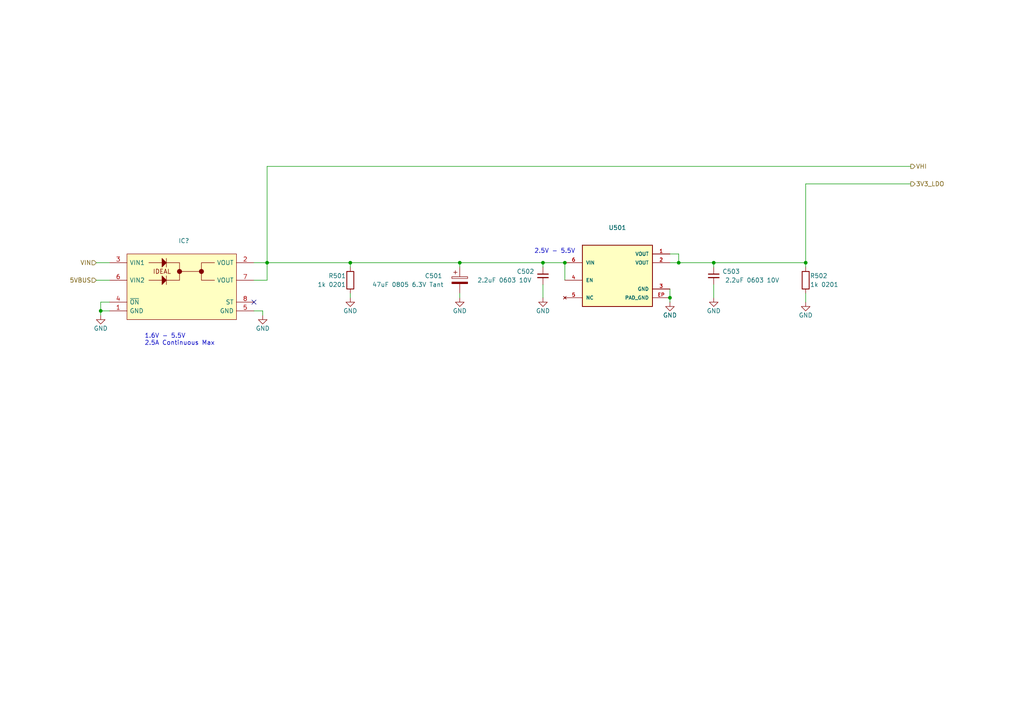
<source format=kicad_sch>
(kicad_sch (version 20211123) (generator eeschema)
  (paper "A4")
  (title_block (title "RP2040 Breadstick") (date "2023-02-27") (rev "0.1") (company "J & R Creative Technologies Inc.") (comment 1 "@RangenMichael") (comment 2 "https://twitter.com/RangenMichael") (comment 3 "Apache-2.0 License") (comment 4 "https://github.com/mrangen/RP2040-Breadstick"))
  (lib_symbols
    (symbol "Device:C_Polarized" (pin_numbers hide) (pin_names (offset 0.254))
      (property "Reference" "C" (at 0.635 2.54 0))
      (property "Value" "C_Polarized" (at 0.635 -2.54 0))
      (symbol "C_Polarized_0_1"
        (rectangle (start -2.286 0.508) (end 2.286 1.016))
        (polyline (pts (xy -1.778 2.286) (xy -0.762 2.286)))
        (polyline (pts (xy -1.27 2.794) (xy -1.27 1.778)))
        (rectangle (start 2.286 -0.508) (end -2.286 -1.016) (fill (type outline)))
      )
      (symbol "C_Polarized_1_1"
        (pin passive line (at 0 3.81 270) (length 2.794) (name "~") (number "1"))
        (pin passive line (at 0 -3.81 90) (length 2.794) (name "~") (number "2"))
      )
    )
    (symbol "Device:C_Small" (pin_numbers hide) (pin_names (offset 0.254) hide)
      (property "Reference" "C" (at 0.254 1.778 0))
      (property "Value" "C_Small" (at 0.254 -2.032 0))
      (symbol "C_Small_0_1"
        (polyline (pts (xy -1.524 -0.508) (xy 1.524 -0.508)) (stroke (width 0.3302)))
        (polyline (pts (xy -1.524 0.508) (xy 1.524 0.508)) (stroke (width 0.3048)))
      )
      (symbol "C_Small_1_1"
        (pin passive line (at 0 2.54 270) (length 2.032) (name "~") (number "1"))
        (pin passive line (at 0 -2.54 90) (length 2.032) (name "~") (number "2"))
      )
    )
    (symbol "Device:R" (pin_numbers hide) (pin_names (offset 0))
      (property "Reference" "R" (at 2.032 0 90))
      (property "Value" "R" (at 0 0 90))
      (symbol "R_0_1"
        (rectangle (start -1.016 -2.54) (end 1.016 2.54) (stroke (width 0.254)))
      )
      (symbol "R_1_1"
        (pin passive line (at 0 3.81 270) (length 1.27) (name "~") (number "1"))
        (pin passive line (at 0 -3.81 90) (length 1.27) (name "~") (number "2"))
      )
    )
    (symbol "LM66200DRLR:LM66200DRLR" (pin_names (offset 0.762))
      (property "Reference" "IC" (at -8.89 13.97 0))
      (property "Value" "LM66200DRLR" (at -8.89 11.43 0))
      (symbol "LM66200DRLR_0_0"
        (text "IDEAL" (at -6.35 5.08 0) (effects (font (size 1.27 1.27))))
        (pin passive line (at -21.59 -6.35 0) (length 5.08) (name "GND") (number "1"))
        (pin passive line (at 20.32 7.62 180) (length 5.08) (name "VOUT") (number "2"))
        (pin passive line (at -21.59 7.62 0) (length 5.08) (name "VIN1") (number "3"))
        (pin passive line (at -21.59 -3.81 0) (length 5.08) (name "~{ON}") (number "4"))
        (pin passive line (at 20.32 -6.35 180) (length 5.08) (name "GND") (number "5"))
        (pin passive line (at -21.59 2.54 0) (length 5.08) (name "VIN2") (number "6"))
        (pin passive line (at 20.32 2.54 180) (length 5.08) (name "VOUT") (number "7"))
        (pin passive line (at 20.32 -3.81 180) (length 5.08) (name "ST") (number "8"))
      )
      (symbol "LM66200DRLR_0_1"
        (circle (center -1.27 5.08) (radius 0.635) (fill (type outline)))
        (polyline (pts (xy -10.16 2.54) (xy -1.27 2.54)))
        (polyline (pts (xy -10.16 7.62) (xy -1.27 7.62)))
        (polyline (pts (xy -5.08 3.81) (xy -5.08 1.27)))
        (polyline (pts (xy -5.08 8.89) (xy -5.08 6.35)))
        (polyline (pts (xy -1.27 5.08) (xy 5.08 5.08)))
        (polyline (pts (xy -1.27 7.62) (xy -1.27 2.54)))
        (polyline (pts (xy 5.08 5.08) (xy 5.08 2.54) (xy 8.89 2.54)))
        (polyline (pts (xy 5.08 5.08) (xy 5.08 7.62) (xy 8.89 7.62)))
        (polyline (pts (xy -5.08 2.54) (xy -6.35 1.27) (xy -6.35 3.81) (xy -5.08 2.54)) (fill (type outline)))
        (polyline (pts (xy -5.08 7.62) (xy -6.35 6.35) (xy -6.35 8.89) (xy -5.08 7.62)) (fill (type outline)))
        (polyline (pts (xy -16.51 10.16) (xy 15.24 10.16) (xy 15.24 -8.89) (xy -16.51 -8.89) (xy -16.51 10.16)) (stroke (width 0.1524)) (fill (type background)))
        (circle (center 5.08 5.08) (radius 0.635) (fill (type outline)))
      )
    )
    (symbol "MIC5528-3.3YMT-TR:MIC5528-3.3YMT-TR" (pin_names (offset 1.016))
      (property "Reference" "U" (at -10.16 8.382 0))
      (property "Value" "MIC5528-3.3YMT-TR" (at -10.16 -12.7 0))
      (symbol "MIC5528-3.3YMT-TR_0_0"
        (rectangle (start -10.16 -10.16) (end 10.16 7.62) (stroke (width 0.254)) (fill (type background)))
        (pin output line (at 15.24 5.08 180) (length 5.08) (name "VOUT") (number "1"))
        (pin output line (at 15.24 2.54 180) (length 5.08) (name "VOUT") (number "2"))
        (pin power_in line (at 15.24 -5.08 180) (length 5.08) (name "GND") (number "3"))
        (pin input line (at -15.24 -2.54 0) (length 5.08) (name "EN") (number "4"))
        (pin no_connect line (at -15.24 -7.62 0) (length 5.08) (name "NC") (number "5"))
        (pin input line (at -15.24 2.54 0) (length 5.08) (name "VIN") (number "6"))
        (pin power_in line (at 15.24 -7.62 180) (length 5.08) (name "PAD_GND") (number "EP"))
      )
    )
    (symbol "power:GND" (power) (pin_names (offset 0))
      (property "Value" "GND" (at 0 -3.81 0))
      (symbol "GND_0_1"
        (polyline (pts (xy 0 0) (xy 0 -1.27) (xy 1.27 -1.27) (xy 0 -2.54) (xy -1.27 -1.27) (xy 0 -1.27)))
      )
      (symbol "GND_1_1"
        (pin power_in line (at 0 0 270) (length 0) hide (name "GND") (number "1"))
      )
    )
  )
  (junction (at 101.6 76.2))
  (junction (at 196.85 76.2))
  (junction (at 29.21 90.17))
  (junction (at 157.48 76.2))
  (junction (at 77.47 76.2))
  (junction (at 233.68 76.2))
  (junction (at 163.83 76.2))
  (junction (at 207.01 76.2))
  (junction (at 194.31 86.36))
  (junction (at 133.35 76.2))
  (no_connect (at 73.66 87.63))
  (wire (pts (xy 264.16 48.26) (xy 77.47 48.26)))
  (wire (pts (xy 29.21 87.63) (xy 29.21 90.17)))
  (wire (pts (xy 73.66 81.28) (xy 77.47 81.28)))
  (wire (pts (xy 194.31 86.36) (xy 194.31 87.63)))
  (wire (pts (xy 163.83 76.2) (xy 163.83 81.28)))
  (wire (pts (xy 157.48 76.2) (xy 163.83 76.2)))
  (wire (pts (xy 133.35 76.2) (xy 157.48 76.2)))
  (wire (pts (xy 207.01 82.55) (xy 207.01 86.36)))
  (wire (pts (xy 194.31 83.82) (xy 194.31 86.36)))
  (wire (pts (xy 264.16 53.34) (xy 233.68 53.34)))
  (wire (pts (xy 196.85 76.2) (xy 207.01 76.2)))
  (wire (pts (xy 207.01 76.2) (xy 207.01 77.47)))
  (wire (pts (xy 73.66 76.2) (xy 77.47 76.2)))
  (wire (pts (xy 233.68 76.2) (xy 233.68 77.47)))
  (wire (pts (xy 27.94 81.28) (xy 31.75 81.28)))
  (wire (pts (xy 29.21 90.17) (xy 29.21 91.44)))
  (wire (pts (xy 194.31 73.66) (xy 196.85 73.66)))
  (wire (pts (xy 233.68 85.09) (xy 233.68 87.63)))
  (wire (pts (xy 207.01 76.2) (xy 233.68 76.2)))
  (wire (pts (xy 194.31 76.2) (xy 196.85 76.2)))
  (wire (pts (xy 77.47 76.2) (xy 101.6 76.2)))
  (wire (pts (xy 31.75 87.63) (xy 29.21 87.63)))
  (wire (pts (xy 196.85 73.66) (xy 196.85 76.2)))
  (wire (pts (xy 101.6 76.2) (xy 101.6 77.47)))
  (wire (pts (xy 73.66 90.17) (xy 76.2 90.17)))
  (wire (pts (xy 233.68 53.34) (xy 233.68 76.2)))
  (wire (pts (xy 157.48 82.55) (xy 157.48 86.36)))
  (wire (pts (xy 31.75 90.17) (xy 29.21 90.17)))
  (wire (pts (xy 77.47 48.26) (xy 77.47 76.2)))
  (wire (pts (xy 77.47 76.2) (xy 77.47 81.28)))
  (wire (pts (xy 133.35 76.2) (xy 133.35 77.47)))
  (wire (pts (xy 101.6 76.2) (xy 133.35 76.2)))
  (wire (pts (xy 157.48 76.2) (xy 157.48 77.47)))
  (wire (pts (xy 133.35 85.09) (xy 133.35 86.36)))
  (wire (pts (xy 27.94 76.2) (xy 31.75 76.2)))
  (wire (pts (xy 101.6 85.09) (xy 101.6 86.36)))
  (wire (pts (xy 76.2 90.17) (xy 76.2 91.44)))
  (text "1.6V - 5.5V\n2.5A Continuous Max" (at 41.91 100.33 0) (effects (font (size 1.27 1.27)) (justify left bottom)))
  (text "2.5V - 5.5V\n" (at 154.94 73.66 0) (effects (font (size 1.27 1.27)) (justify left bottom)))
  (hierarchical_label "3V3_LDO" (shape output) (at 264.16 53.34 0))
  (hierarchical_label "VHI" (shape output) (at 264.16 48.26 0))
  (hierarchical_label "5VBUS" (shape input) (at 27.94 81.28 180))
  (hierarchical_label "VIN" (shape input) (at 27.94 76.2 180))
  (symbol (lib_id "Device:C_Small") (at 157.48 80.01 0) (unit 1)
    (property "Reference" "C502" (at 149.86 78.74 0) (effects (justify left)))
    (property "Value" "2.2uF 0603 10V" (at 138.43 81.28 0) (effects (justify left)))
    (property "Footprint" "Capacitor_SMD:C_0603_1608Metric" (effects hide))
    (property "Digikey" "1276-1134-6-ND" (effects hide))
  )
  (symbol (lib_id "Device:R") (at 233.68 81.28 180) (unit 1)
    (property "Reference" "R502" (at 240.03 80.01 0) (effects (justify left)))
    (property "Value" "1k 0201" (at 243.205 82.55 0) (effects (justify left)))
    (property "Footprint" "_Breadstick_Footprints:Perfect_0201_Resistor" (effects hide))
    (property "Digikey" "P122413DKR-ND" (effects hide))
  )
  (symbol (lib_id "power:GND") (at 207.01 86.36 0) (mirror y) (unit 1)
    (property "Reference" "#PWR0506" (effects hide))
    (property "Value" "GND" (at 207.01 90.17 0))
  )
  (symbol (lib_id "power:GND") (at 233.68 87.63 0) (mirror y) (unit 1)
    (property "Reference" "#PWR0507" (effects hide))
    (property "Value" "GND" (at 233.68 91.44 0))
  )
  (symbol (lib_id "power:GND") (at 29.21 91.44 0) (unit 1)
    (property "Reference" "#PWR?" (effects hide))
    (property "Value" "GND" (at 29.21 95.25 0))
  )
  (symbol (lib_id "Device:C_Small") (at 207.01 80.01 0) (mirror y) (unit 1)
    (property "Reference" "C503" (at 214.63 78.74 0) (effects (justify left)))
    (property "Value" "2.2uF 0603 10V" (at 226.06 81.28 0) (effects (justify left)))
    (property "Footprint" "Capacitor_SMD:C_0603_1608Metric" (effects hide))
    (property "Digikey" "1276-1134-6-ND" (effects hide))
  )
  (symbol (lib_id "LM66200DRLR:LM66200DRLR") (at 53.34 83.82 0) (unit 1)
    (property "Reference" "IC?" (at 53.34 69.85 0))
    (property "Footprint" "SOTFL50P160X60-8L" (effects hide))
    (property "Datasheet" "https://www.ti.com/lit/gpn/lm66200" (effects hide))
    (property "Description" "1.6-V to 5.5-V, 40-m, 2.5-A, low-IQ, dual ideal diode" (effects hide))
    (property "Height" "0.6" (effects hide))
    (property "Mouser Part Number" "595-LM66200DRLR" (effects hide))
    (property "Mouser Price/Stock" "https://www.mouser.co.uk/ProductDetail/Texas-Instruments/LM66200DRLR?qs=Rp5uXu7WBW90hnpZAkIOdQ%3D%3D" (effects hide))
    (property "Manufacturer_Name" "Texas Instruments" (effects hide))
    (property "Manufacturer_Part_Number" "LM66200DRLR" (effects hide))
  )
  (symbol (lib_id "Device:C_Polarized") (at 133.35 81.28 0) (unit 1)
    (property "Reference" "C501" (at 123.19 80.01 0) (effects (justify left)))
    (property "Value" "47uF 0805 6.3V Tant" (at 107.95 82.55 0) (effects (justify left)))
    (property "Footprint" "TLJR476M006R3200:CAPC2012X140N" (effects hide))
    (property "Digikey" "478-4696-6-ND" (effects hide))
  )
  (symbol (lib_id "power:GND") (at 101.6 86.36 0) (unit 1)
    (property "Reference" "#PWR0502" (effects hide))
    (property "Value" "GND" (at 101.6 90.17 0))
  )
  (symbol (lib_id "power:GND") (at 76.2 91.44 0) (mirror y) (unit 1)
    (property "Reference" "#PWR?" (effects hide))
    (property "Value" "GND" (at 76.2 95.25 0))
  )
  (symbol (lib_id "power:GND") (at 157.48 86.36 0) (unit 1)
    (property "Reference" "#PWR0504" (effects hide))
    (property "Value" "GND" (at 157.48 90.17 0))
  )
  (symbol (lib_id "power:GND") (at 133.35 86.36 0) (unit 1)
    (property "Reference" "#PWR0503" (effects hide))
    (property "Value" "GND" (at 133.35 90.17 0))
  )
  (symbol (lib_id "power:GND") (at 194.31 87.63 0) (unit 1)
    (property "Reference" "#PWR0505" (effects hide))
    (property "Value" "GND" (at 194.31 91.44 0))
  )
  (symbol (lib_id "Device:R") (at 101.6 81.28 0) (mirror x) (unit 1)
    (property "Reference" "R501" (at 95.25 80.01 0) (effects (justify left)))
    (property "Value" "1k 0201" (at 92.075 82.55 0) (effects (justify left)))
    (property "Footprint" "_Breadstick_Footprints:Perfect_0201_Resistor" (effects hide))
    (property "Digikey" "P122413DKR-ND" (effects hide))
  )
  (symbol (lib_id "MIC5528-3.3YMT-TR:MIC5528-3.3YMT-TR") (at 179.07 78.74 0) (unit 1)
    (property "Reference" "U501" (at 179.07 66.04 0))
    (property "Footprint" "SON40P120X120X60-7N" (effects hide))
    (property "D_MAX" "1.25" (effects hide))
    (property "L_NOM" "0.25" (effects hide))
    (property "PIN_COUNT" "6.0" (effects hide))
    (property "A_MAX" "0.6" (effects hide))
    (property "L_MIN" "0.195" (effects hide))
    (property "B_MAX" "0.23" (effects hide))
    (property "D2_NOM" "0.94" (effects hide))
    (property "B_NOM" "0.18" (effects hide))
    (property "B_MIN" "0.13" (effects hide))
    (property "E_MIN" "1.15" (effects hide))
    (property "E_MAX" "1.25" (effects hide))
    (property "MANUFACTURER" "MICROCHIP" (effects hide))
    (property "E_NOM" "1.2" (effects hide))
    (property "D_MIN" "1.15" (effects hide))
    (property "SNAPEDA_PACKAGE_ID" "7814" (effects hide))
    (property "STANDARD" "IPC 7351B" (effects hide))
    (property "ENOM" "0.4" (effects hide))
    (property "L_MAX" "0.295" (effects hide))
    (property "E2_NOM" "0.3" (effects hide))
    (property "D_NOM" "1.2" (effects hide))
    (property "Digikey" "576-4766-6-ND" (effects hide))
  )
)
</source>
